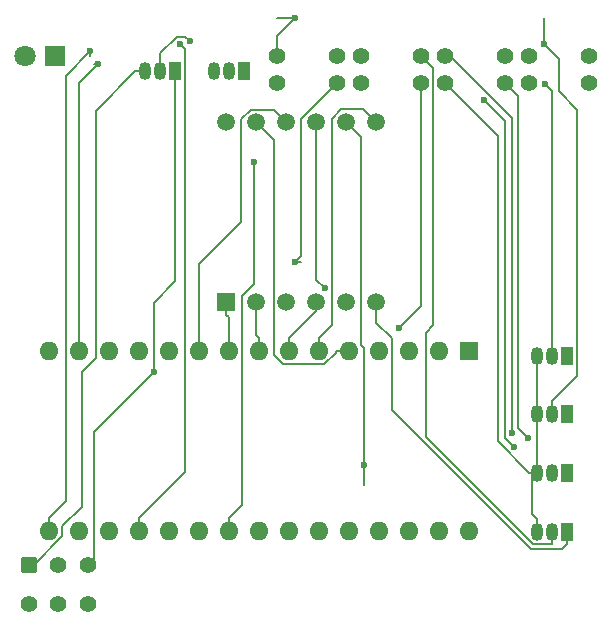
<source format=gbr>
%TF.GenerationSoftware,KiCad,Pcbnew,9.0.4*%
%TF.CreationDate,2025-09-23T13:55:46-04:00*%
%TF.ProjectId,Thermometer,54686572-6d6f-46d6-9574-65722e6b6963,rev?*%
%TF.SameCoordinates,Original*%
%TF.FileFunction,Copper,L2,Bot*%
%TF.FilePolarity,Positive*%
%FSLAX46Y46*%
G04 Gerber Fmt 4.6, Leading zero omitted, Abs format (unit mm)*
G04 Created by KiCad (PCBNEW 9.0.4) date 2025-09-23 13:55:46*
%MOMM*%
%LPD*%
G01*
G04 APERTURE LIST*
G04 Aperture macros list*
%AMRoundRect*
0 Rectangle with rounded corners*
0 $1 Rounding radius*
0 $2 $3 $4 $5 $6 $7 $8 $9 X,Y pos of 4 corners*
0 Add a 4 corners polygon primitive as box body*
4,1,4,$2,$3,$4,$5,$6,$7,$8,$9,$2,$3,0*
0 Add four circle primitives for the rounded corners*
1,1,$1+$1,$2,$3*
1,1,$1+$1,$4,$5*
1,1,$1+$1,$6,$7*
1,1,$1+$1,$8,$9*
0 Add four rect primitives between the rounded corners*
20,1,$1+$1,$2,$3,$4,$5,0*
20,1,$1+$1,$4,$5,$6,$7,0*
20,1,$1+$1,$6,$7,$8,$9,0*
20,1,$1+$1,$8,$9,$2,$3,0*%
G04 Aperture macros list end*
%TA.AperFunction,ComponentPad*%
%ADD10O,1.050000X1.500000*%
%TD*%
%TA.AperFunction,ComponentPad*%
%ADD11R,1.050000X1.500000*%
%TD*%
%TA.AperFunction,ComponentPad*%
%ADD12O,1.600000X1.600000*%
%TD*%
%TA.AperFunction,ComponentPad*%
%ADD13R,1.600000X1.600000*%
%TD*%
%TA.AperFunction,ComponentPad*%
%ADD14C,1.400000*%
%TD*%
%TA.AperFunction,ComponentPad*%
%ADD15RoundRect,0.250000X-0.450000X-0.450000X0.450000X-0.450000X0.450000X0.450000X-0.450000X0.450000X0*%
%TD*%
%TA.AperFunction,ComponentPad*%
%ADD16C,1.500000*%
%TD*%
%TA.AperFunction,ComponentPad*%
%ADD17R,1.500000X1.500000*%
%TD*%
%TA.AperFunction,ComponentPad*%
%ADD18R,1.800000X1.800000*%
%TD*%
%TA.AperFunction,ComponentPad*%
%ADD19C,1.800000*%
%TD*%
%TA.AperFunction,ViaPad*%
%ADD20C,0.600000*%
%TD*%
%TA.AperFunction,Conductor*%
%ADD21C,0.200000*%
%TD*%
G04 APERTURE END LIST*
D10*
%TO.P,U2,3,V_{DD}*%
%TO.N,Net-(A1-+5V)*%
X103378000Y-72898000D03*
%TO.P,U2,2,DQ*%
%TO.N,Net-(U2-DQ)*%
X104648000Y-72898000D03*
D11*
%TO.P,U2,1,GND*%
%TO.N,Net-(SW1-C)*%
X105918000Y-72898000D03*
%TD*%
D12*
%TO.P,Arduino Nano,30,VIN*%
%TO.N,unconnected-(A1-VIN-Pad30)*%
X124940000Y-111832000D03*
%TO.P,Arduino Nano,29,GND*%
%TO.N,Net-(A1-GND-Pad29)*%
X122400000Y-111832000D03*
%TO.P,Arduino Nano,28,~{RESET}*%
%TO.N,unconnected-(A1-~{RESET}-Pad28)*%
X119860000Y-111832000D03*
%TO.P,Arduino Nano,27,+5V*%
%TO.N,Net-(A1-+5V)*%
X117320000Y-111832000D03*
%TO.P,Arduino Nano,26,A7*%
%TO.N,unconnected-(A1-A7-Pad26)*%
X114780000Y-111832000D03*
%TO.P,Arduino Nano,25,A6*%
%TO.N,unconnected-(A1-A6-Pad25)*%
X112240000Y-111832000D03*
%TO.P,Arduino Nano,24,A5*%
%TO.N,unconnected-(A1-A5-Pad24)*%
X109700000Y-111832000D03*
%TO.P,Arduino Nano,23,A4*%
%TO.N,unconnected-(A1-A4-Pad23)*%
X107160000Y-111832000D03*
%TO.P,Arduino Nano,22,A3*%
%TO.N,Net-(A1-A3)*%
X104620000Y-111832000D03*
%TO.P,Arduino Nano,21,A2*%
%TO.N,Net-(A1-A2)*%
X102080000Y-111832000D03*
%TO.P,Arduino Nano,20,A1*%
%TO.N,Net-(A1-A1)*%
X99540000Y-111832000D03*
%TO.P,Arduino Nano,19,A0*%
%TO.N,Net-(A1-A0)*%
X97000000Y-111832000D03*
%TO.P,Arduino Nano,18,AREF*%
%TO.N,unconnected-(A1-AREF-Pad18)*%
X94460000Y-111832000D03*
%TO.P,Arduino Nano,17,3V3*%
%TO.N,unconnected-(A1-3V3-Pad17)*%
X91920000Y-111832000D03*
%TO.P,Arduino Nano,16,D13*%
%TO.N,Net-(A1-D13)*%
X89380000Y-111832000D03*
%TO.P,Arduino Nano,15,D12*%
%TO.N,Net-(A1-D12)*%
X89380000Y-96592000D03*
%TO.P,Arduino Nano,14,D11*%
%TO.N,Net-(A1-D11)*%
X91920000Y-96592000D03*
%TO.P,Arduino Nano,13,D10*%
%TO.N,Net-(A1-D10)*%
X94460000Y-96592000D03*
%TO.P,Arduino Nano,12,D9*%
%TO.N,Net-(A1-D9)*%
X97000000Y-96592000D03*
%TO.P,Arduino Nano,11,D8*%
%TO.N,Net-(A1-D8)*%
X99540000Y-96592000D03*
%TO.P,Arduino Nano,10,D7*%
%TO.N,Net-(A1-D7)*%
X102080000Y-96592000D03*
%TO.P,Arduino Nano,9,D6*%
%TO.N,Net-(A1-D6)*%
X104620000Y-96592000D03*
%TO.P,Arduino Nano,8,D5*%
%TO.N,Net-(A1-D5)*%
X107160000Y-96592000D03*
%TO.P,Arduino Nano,7,D4*%
%TO.N,Net-(A1-D4)*%
X109700000Y-96592000D03*
%TO.P,Arduino Nano,6,D3*%
%TO.N,Net-(A1-D3)*%
X112240000Y-96592000D03*
%TO.P,Arduino Nano,5,D2*%
%TO.N,Net-(A1-D2)*%
X114780000Y-96592000D03*
%TO.P,Arduino Nano,4,GND*%
%TO.N,Net-(SW1-C)*%
X117320000Y-96592000D03*
%TO.P,Arduino Nano,3,~{RESET}*%
%TO.N,unconnected-(A1-~{RESET}-Pad3)*%
X119860000Y-96592000D03*
%TO.P,Arduino Nano,2,D0/RX*%
%TO.N,unconnected-(A1-D0{slash}RX-Pad2)*%
X122400000Y-96592000D03*
D13*
%TO.P,Arduino Nano,1,D1/TX*%
%TO.N,unconnected-(A1-D1{slash}TX-Pad1)*%
X124940000Y-96592000D03*
%TD*%
D14*
%TO.P,R10,2*%
%TO.N,Net-(Q4-B)*%
X120904000Y-71628000D03*
%TO.P,R10,1*%
%TO.N,Net-(A1-D13)*%
X115824000Y-71628000D03*
%TD*%
%TO.P,R9,2*%
%TO.N,Net-(Q3-B)*%
X108712000Y-73914000D03*
%TO.P,R9,1*%
%TO.N,Net-(A1-D12)*%
X113792000Y-73914000D03*
%TD*%
%TO.P,R8,2*%
%TO.N,Net-(Q2-B)*%
X108712000Y-71628000D03*
%TO.P,R8,1*%
%TO.N,Net-(A1-D11)*%
X113792000Y-71628000D03*
%TD*%
%TO.P,R7,1*%
%TO.N,Net-(U2-DQ)*%
X135128000Y-71628000D03*
%TO.P,R7,2*%
%TO.N,Net-(A1-A0)*%
X130048000Y-71628000D03*
%TD*%
%TO.P,R6,1*%
%TO.N,Net-(U3-DQ)*%
X128016000Y-71628000D03*
%TO.P,R6,2*%
%TO.N,Net-(A1-A1)*%
X122936000Y-71628000D03*
%TD*%
%TO.P,R5,1*%
%TO.N,Net-(A1-GND-Pad29)*%
X128016000Y-73914000D03*
%TO.P,R5,2*%
%TO.N,Net-(Q1-E)*%
X122936000Y-73914000D03*
%TD*%
%TO.P,R4,2*%
%TO.N,Net-(Q1-B)*%
X115824000Y-73914000D03*
%TO.P,R4,1*%
%TO.N,Net-(A1-D9)*%
X120904000Y-73914000D03*
%TD*%
%TO.P,R2,1*%
%TO.N,Net-(D1-K)*%
X135128000Y-73914000D03*
%TO.P,R2,2*%
%TO.N,Net-(SW1-C)*%
X130048000Y-73914000D03*
%TD*%
%TO.P,SW1,6*%
%TO.N,N/C*%
X87670000Y-117989500D03*
%TO.P,SW1,5*%
X90170000Y-117989500D03*
%TO.P,SW1,4*%
X92670000Y-117989500D03*
%TO.P,SW1,3,C*%
%TO.N,Net-(SW1-C)*%
X92670000Y-114689500D03*
%TO.P,SW1,2,B*%
%TO.N,Net-(A1-A2)*%
X90170000Y-114689500D03*
D15*
%TO.P,SW1,1,A*%
%TO.N,Net-(A1-+5V)*%
X87670000Y-114689500D03*
%TD*%
D10*
%TO.P,Q3,3,E*%
%TO.N,Net-(Q1-E)*%
X130730000Y-106890000D03*
%TO.P,Q3,2,B*%
%TO.N,Net-(Q3-B)*%
X132000000Y-106890000D03*
D11*
%TO.P,Q3,1,C*%
%TO.N,Net-(Q3-C)*%
X133270000Y-106890000D03*
%TD*%
D10*
%TO.P,Q2,3,E*%
%TO.N,Net-(Q1-E)*%
X130730000Y-101890000D03*
%TO.P,Q2,2,B*%
%TO.N,Net-(Q2-B)*%
X132000000Y-101890000D03*
D11*
%TO.P,Q2,1,C*%
%TO.N,Net-(Q2-C)*%
X133270000Y-101890000D03*
%TD*%
D10*
%TO.P,Q4,3,E*%
%TO.N,Net-(Q1-E)*%
X130730000Y-111890000D03*
%TO.P,Q4,2,B*%
%TO.N,Net-(Q4-B)*%
X132000000Y-111890000D03*
D11*
%TO.P,Q4,1,C*%
%TO.N,Net-(Q4-C)*%
X133270000Y-111890000D03*
%TD*%
D10*
%TO.P,Q1,3,E*%
%TO.N,Net-(Q1-E)*%
X130730000Y-97000000D03*
%TO.P,Q1,2,B*%
%TO.N,Net-(Q1-B)*%
X132000000Y-97000000D03*
D11*
%TO.P,Q1,1,C*%
%TO.N,Net-(Q1-C)*%
X133270000Y-97000000D03*
%TD*%
D10*
%TO.P,U3,3,V_{DD}*%
%TO.N,Net-(A1-+5V)*%
X97536000Y-72898000D03*
%TO.P,U3,2,DQ*%
%TO.N,Net-(U3-DQ)*%
X98806000Y-72898000D03*
D11*
%TO.P,U3,1,GND*%
%TO.N,Net-(SW1-C)*%
X100076000Y-72898000D03*
%TD*%
D16*
%TO.P,U1,12,CC1*%
%TO.N,Net-(Q1-C)*%
X104394000Y-77216000D03*
%TO.P,U1,11,a*%
%TO.N,Net-(A1-D2)*%
X106934000Y-77216000D03*
%TO.P,U1,10,f*%
%TO.N,Net-(A1-D7)*%
X109474000Y-77216000D03*
%TO.P,U1,9,CC2*%
%TO.N,Net-(Q2-C)*%
X112014000Y-77216000D03*
%TO.P,U1,8,CC3*%
%TO.N,Net-(Q3-C)*%
X114554000Y-77216000D03*
%TO.P,U1,7,b*%
%TO.N,Net-(A1-D3)*%
X117094000Y-77216000D03*
%TO.P,U1,6,CC4*%
%TO.N,Net-(Q4-C)*%
X117094000Y-92456000D03*
%TO.P,U1,5,g*%
%TO.N,Net-(A1-D8)*%
X114554000Y-92456000D03*
%TO.P,U1,4,c*%
%TO.N,Net-(A1-D4)*%
X112014000Y-92456000D03*
%TO.P,U1,3,DPX*%
%TO.N,Net-(A1-D10)*%
X109474000Y-92456000D03*
%TO.P,U1,2,d*%
%TO.N,Net-(A1-D5)*%
X106934000Y-92456000D03*
D17*
%TO.P,U1,1,e*%
%TO.N,Net-(A1-D6)*%
X104394000Y-92456000D03*
%TD*%
D18*
%TO.P,D1,1,K*%
%TO.N,Net-(D1-K)*%
X89916000Y-71628000D03*
D19*
%TO.P,D1,2,A*%
%TO.N,Net-(A1-A3)*%
X87376000Y-71628000D03*
%TD*%
D20*
%TO.N,Net-(U3-DQ)*%
X101298100Y-70344800D03*
%TO.N,Net-(Q3-C)*%
X116086400Y-106268800D03*
%TO.N,Net-(Q3-B)*%
X128760700Y-104747000D03*
X126257600Y-75364800D03*
%TO.N,Net-(Q2-C)*%
X112737400Y-91280200D03*
%TO.N,Net-(Q2-B)*%
X131306900Y-70568200D03*
X110236600Y-68393200D03*
%TO.N,Net-(Q1-B)*%
X131359600Y-73947500D03*
%TO.N,Net-(A1-A0)*%
X100476900Y-70598400D03*
%TO.N,Net-(A1-D13)*%
X92843900Y-71217300D03*
%TO.N,Net-(A1-A1)*%
X128571900Y-103567400D03*
%TO.N,Net-(A1-D9)*%
X119011300Y-94631600D03*
%TO.N,Net-(A1-D12)*%
X110236600Y-89051800D03*
%TO.N,Net-(A1-GND-Pad29)*%
X129959600Y-103927800D03*
%TO.N,Net-(A1-A3)*%
X106774700Y-80557800D03*
%TO.N,Net-(A1-D11)*%
X93546800Y-72274500D03*
%TO.N,Net-(SW1-C)*%
X98270000Y-98377900D03*
%TD*%
D21*
%TO.N,Net-(U3-DQ)*%
X100935800Y-69982500D02*
X101298100Y-70344800D01*
X100216000Y-69982500D02*
X100935800Y-69982500D01*
X98806000Y-71392500D02*
X100216000Y-69982500D01*
X98806000Y-72898000D02*
X98806000Y-71392500D01*
%TO.N,Net-(Q4-B)*%
X132000000Y-111890000D02*
X132000000Y-112941700D01*
X121920100Y-72644100D02*
X120904000Y-71628000D01*
X121920100Y-94411500D02*
X121920100Y-72644100D01*
X121278800Y-95052800D02*
X121920100Y-94411500D01*
X121278800Y-103874700D02*
X121278800Y-95052800D01*
X130345800Y-112941700D02*
X121278800Y-103874700D01*
X132000000Y-112941700D02*
X130345800Y-112941700D01*
%TO.N,Net-(Q4-C)*%
X117094000Y-94174600D02*
X117094000Y-92456000D01*
X118421700Y-95502300D02*
X117094000Y-94174600D01*
X118421700Y-101592600D02*
X118421700Y-95502300D01*
X130195400Y-113366300D02*
X118421700Y-101592600D01*
X132845400Y-113366300D02*
X130195400Y-113366300D01*
X133270000Y-112941700D02*
X132845400Y-113366300D01*
X133270000Y-111890000D02*
X133270000Y-112941700D01*
%TO.N,Net-(Q3-C)*%
X115824000Y-78486000D02*
X114554000Y-77216000D01*
X115824000Y-96077900D02*
X115824000Y-78486000D01*
X116086400Y-96340300D02*
X115824000Y-96077900D01*
X116086400Y-106268800D02*
X116086400Y-96340300D01*
X116086400Y-106268800D02*
X116086400Y-107941700D01*
X116086400Y-107941700D02*
X116086400Y-106268800D01*
%TO.N,Net-(Q3-B)*%
X127970200Y-103956500D02*
X128760700Y-104747000D01*
X127970200Y-77077400D02*
X127970200Y-103956500D01*
X126257600Y-75364800D02*
X127970200Y-77077400D01*
%TO.N,Net-(Q2-C)*%
X112014000Y-90556800D02*
X112014000Y-77216000D01*
X112737400Y-91280200D02*
X112014000Y-90556800D01*
%TO.N,Net-(Q2-B)*%
X132588200Y-71849500D02*
X131306900Y-70568200D01*
X132588200Y-74610200D02*
X132588200Y-71849500D01*
X134127800Y-76149800D02*
X132588200Y-74610200D01*
X134127800Y-98710500D02*
X134127800Y-76149800D01*
X132000000Y-100838300D02*
X134127800Y-98710500D01*
X108712000Y-69917800D02*
X108712000Y-71628000D01*
X110236600Y-68393200D02*
X108712000Y-69917800D01*
X110236600Y-68393200D02*
X108712000Y-68393200D01*
X108712000Y-68393200D02*
X110236600Y-68393200D01*
X131306900Y-70568200D02*
X131306900Y-68393200D01*
X131306900Y-68393200D02*
X131306900Y-70568200D01*
X132000000Y-101890000D02*
X132000000Y-100838300D01*
%TO.N,Net-(Q1-B)*%
X132000000Y-74587900D02*
X132000000Y-97000000D01*
X131359600Y-73947500D02*
X132000000Y-74587900D01*
X131359600Y-73947500D02*
X131359600Y-74034100D01*
X131359600Y-74034100D02*
X131359600Y-73947500D01*
%TO.N,Net-(Q1-E)*%
X130316700Y-110425000D02*
X130730000Y-110838300D01*
X130316700Y-106890000D02*
X130316700Y-110425000D01*
X130730000Y-111890000D02*
X130730000Y-110838300D01*
X130730000Y-106683400D02*
X130730000Y-101890000D01*
X130523400Y-106890000D02*
X130730000Y-106683400D01*
X130730000Y-106890000D02*
X130523400Y-106890000D01*
X130523400Y-106890000D02*
X130316700Y-106890000D01*
X130730000Y-97000000D02*
X130730000Y-101890000D01*
X130052900Y-106890000D02*
X130316700Y-106890000D01*
X127366800Y-104203900D02*
X130052900Y-106890000D01*
X127366800Y-78344800D02*
X127366800Y-104203900D01*
X122936000Y-73914000D02*
X127366800Y-78344800D01*
%TO.N,Net-(A1-A0)*%
X100906000Y-106824300D02*
X97000000Y-110730300D01*
X100906000Y-70974200D02*
X100906000Y-106824300D01*
X97000000Y-111832000D02*
X97000000Y-110730300D01*
X100852700Y-70974200D02*
X100476900Y-70598400D01*
X100906000Y-70974200D02*
X100852700Y-70974200D01*
%TO.N,Net-(A1-D13)*%
X89380000Y-111832000D02*
X89380000Y-110730300D01*
X90791600Y-109318700D02*
X89380000Y-110730300D01*
X90791600Y-73269600D02*
X90791600Y-109318700D01*
X92843900Y-71217300D02*
X90791600Y-73269600D01*
X92843900Y-71217300D02*
X92843900Y-71601900D01*
X92843900Y-71601900D02*
X92843900Y-71217300D01*
%TO.N,Net-(A1-D4)*%
X112014000Y-93176300D02*
X109700000Y-95490300D01*
X112014000Y-92456000D02*
X112014000Y-93176300D01*
X109700000Y-96592000D02*
X109700000Y-95490300D01*
%TO.N,Net-(A1-A1)*%
X128571900Y-76828200D02*
X128571900Y-103567400D01*
X123371700Y-71628000D02*
X128571900Y-76828200D01*
X122936000Y-71628000D02*
X123371700Y-71628000D01*
%TO.N,Net-(A1-D9)*%
X120904000Y-92738900D02*
X120904000Y-73914000D01*
X119011300Y-94631600D02*
X120904000Y-92738900D01*
%TO.N,Net-(A1-D7)*%
X102080000Y-89260200D02*
X102080000Y-96592000D01*
X105664000Y-85676200D02*
X102080000Y-89260200D01*
X105664000Y-76947500D02*
X105664000Y-85676200D01*
X106461200Y-76150300D02*
X105664000Y-76947500D01*
X108408300Y-76150300D02*
X106461200Y-76150300D01*
X109474000Y-77216000D02*
X108408300Y-76150300D01*
%TO.N,Net-(A1-D2)*%
X108417100Y-78699100D02*
X106934000Y-77216000D01*
X108417100Y-96890200D02*
X108417100Y-78699100D01*
X109220600Y-97693700D02*
X108417100Y-96890200D01*
X112714400Y-97693700D02*
X109220600Y-97693700D01*
X113678300Y-96729800D02*
X112714400Y-97693700D01*
X113678300Y-96592000D02*
X113678300Y-96729800D01*
X114780000Y-96592000D02*
X113678300Y-96592000D01*
%TO.N,Net-(A1-D5)*%
X106934000Y-95264300D02*
X106934000Y-92456000D01*
X107160000Y-95490300D02*
X106934000Y-95264300D01*
X107160000Y-96592000D02*
X107160000Y-95490300D01*
%TO.N,Net-(A1-D12)*%
X110744000Y-88544400D02*
X110236600Y-89051800D01*
X110744000Y-76962000D02*
X110744000Y-88544400D01*
X113792000Y-73914000D02*
X110744000Y-76962000D01*
X110236600Y-89051800D02*
X110744000Y-89051800D01*
X110744000Y-89051800D02*
X110236600Y-89051800D01*
%TO.N,Net-(A1-GND-Pad29)*%
X129117500Y-75015500D02*
X128016000Y-73914000D01*
X129117500Y-103085700D02*
X129117500Y-75015500D01*
X129959600Y-103927800D02*
X129117500Y-103085700D01*
%TO.N,Net-(A1-A3)*%
X105757200Y-109593100D02*
X104620000Y-110730300D01*
X105757200Y-91932800D02*
X105757200Y-109593100D01*
X106774700Y-90915300D02*
X105757200Y-91932800D01*
X106774700Y-80557800D02*
X106774700Y-90915300D01*
X104620000Y-111832000D02*
X104620000Y-110730300D01*
%TO.N,Net-(A1-D11)*%
X91920000Y-73901300D02*
X91920000Y-96592000D01*
X93546800Y-72274500D02*
X91920000Y-73901300D01*
X93546800Y-72274500D02*
X93190200Y-72274500D01*
X93190200Y-72274500D02*
X93546800Y-72274500D01*
%TO.N,Net-(SW1-C)*%
X93190000Y-103457900D02*
X98270000Y-98377900D01*
X93190000Y-114169500D02*
X93190000Y-103457900D01*
X92670000Y-114689500D02*
X93190000Y-114169500D01*
X100076000Y-90698300D02*
X100076000Y-72898000D01*
X98270000Y-92504300D02*
X100076000Y-90698300D01*
X98270000Y-98377900D02*
X98270000Y-92504300D01*
%TO.N,Net-(A1-D3)*%
X112240000Y-96592000D02*
X112240000Y-95490300D01*
X116000900Y-76122900D02*
X117094000Y-77216000D01*
X114130800Y-76122900D02*
X116000900Y-76122900D01*
X113339100Y-76914600D02*
X114130800Y-76122900D01*
X113339100Y-94391200D02*
X113339100Y-76914600D01*
X112240000Y-95490300D02*
X113339100Y-94391200D01*
%TO.N,Net-(A1-D6)*%
X104620000Y-93733700D02*
X104620000Y-96592000D01*
X104394000Y-93507700D02*
X104620000Y-93733700D01*
X104394000Y-92456000D02*
X104394000Y-93507700D01*
%TO.N,Net-(A1-+5V)*%
X97536000Y-72898000D02*
X96709300Y-72898000D01*
X93331600Y-76275700D02*
X96709300Y-72898000D01*
X93331600Y-97150400D02*
X93331600Y-76275700D01*
X92146600Y-98335400D02*
X93331600Y-97150400D01*
X92146600Y-109805400D02*
X92146600Y-98335400D01*
X90512900Y-111439100D02*
X92146600Y-109805400D01*
X90512900Y-112260600D02*
X90512900Y-111439100D01*
X88084000Y-114689500D02*
X90512900Y-112260600D01*
X87670000Y-114689500D02*
X88084000Y-114689500D01*
%TD*%
M02*

</source>
